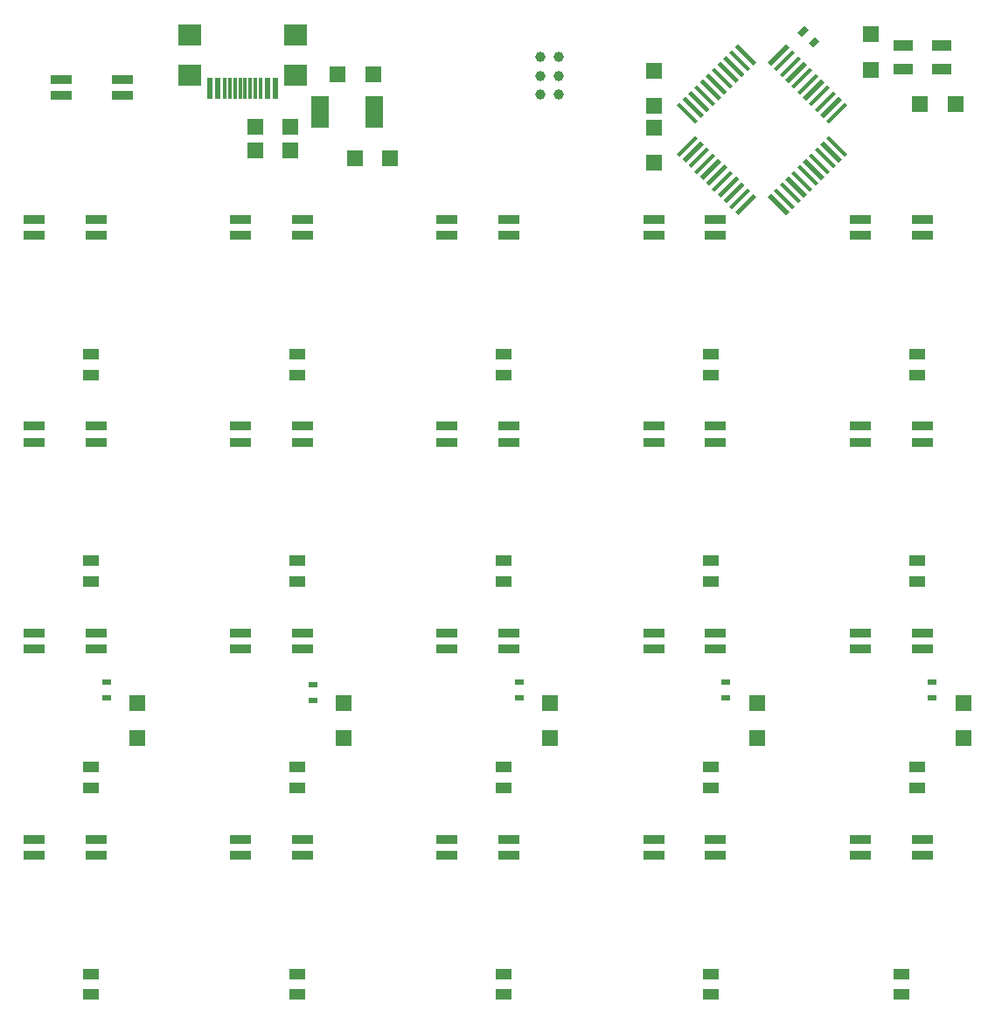
<source format=gbr>
G04 #@! TF.GenerationSoftware,KiCad,Pcbnew,(5.1.9)-1*
G04 #@! TF.CreationDate,2021-02-04T21:44:10+01:00*
G04 #@! TF.ProjectId,Makrokeyboard,4d616b72-6f6b-4657-9962-6f6172642e6b,rev?*
G04 #@! TF.SameCoordinates,Original*
G04 #@! TF.FileFunction,Paste,Bot*
G04 #@! TF.FilePolarity,Positive*
%FSLAX46Y46*%
G04 Gerber Fmt 4.6, Leading zero omitted, Abs format (unit mm)*
G04 Created by KiCad (PCBNEW (5.1.9)-1) date 2021-02-04 21:44:10*
%MOMM*%
%LPD*%
G01*
G04 APERTURE LIST*
%ADD10R,2.000000X0.850000*%
%ADD11R,0.900000X0.600000*%
%ADD12R,1.900000X1.100000*%
%ADD13R,2.180000X2.000000*%
%ADD14R,0.600000X2.000000*%
%ADD15R,0.300000X2.000000*%
%ADD16C,1.000000*%
%ADD17C,0.100000*%
%ADD18R,1.520000X1.600000*%
%ADD19R,1.780000X3.150000*%
%ADD20R,1.500000X1.000000*%
%ADD21R,1.600000X1.520000*%
G04 APERTURE END LIST*
D10*
X114600000Y-39915000D03*
X114600000Y-38385000D03*
X108600000Y-38385000D03*
X108600000Y-39915000D03*
D11*
X113000000Y-96750000D03*
X113000000Y-98250000D03*
X133000000Y-97000000D03*
X133000000Y-98500000D03*
X153000000Y-96750000D03*
X153000000Y-98250000D03*
X173000000Y-96750000D03*
X173000000Y-98250000D03*
X193000000Y-96750000D03*
X193000000Y-98250000D03*
D12*
X193850000Y-35100000D03*
X193850000Y-37400000D03*
X190150000Y-35100000D03*
X190150000Y-37400000D03*
D13*
X121090000Y-34100000D03*
X131310000Y-34100000D03*
X121090000Y-38030000D03*
X131310000Y-38030000D03*
D14*
X123000000Y-39300000D03*
X129400000Y-39300000D03*
X123800000Y-39300000D03*
X128600000Y-39300000D03*
D15*
X124450000Y-39300000D03*
X124950000Y-39300000D03*
X125450000Y-39300000D03*
X125950000Y-39300000D03*
X126450000Y-39300000D03*
X126950000Y-39300000D03*
X127450000Y-39300000D03*
X127950000Y-39300000D03*
D16*
X156800000Y-39850000D03*
X156800000Y-38050000D03*
X156800000Y-36250000D03*
X155000000Y-36250000D03*
X155000000Y-38050000D03*
X155000000Y-39850000D03*
D17*
G36*
X168509693Y-45866295D02*
G01*
X168226850Y-45583452D01*
X169994617Y-43815685D01*
X170277460Y-44098528D01*
X168509693Y-45866295D01*
G37*
G36*
X169075379Y-46431981D02*
G01*
X168792536Y-46149138D01*
X170560303Y-44381371D01*
X170843146Y-44664214D01*
X169075379Y-46431981D01*
G37*
G36*
X169641064Y-46997666D02*
G01*
X169358221Y-46714823D01*
X171125988Y-44947056D01*
X171408831Y-45229899D01*
X169641064Y-46997666D01*
G37*
G36*
X170206750Y-47563352D02*
G01*
X169923907Y-47280509D01*
X171691674Y-45512742D01*
X171974517Y-45795585D01*
X170206750Y-47563352D01*
G37*
G36*
X170772435Y-48129037D02*
G01*
X170489592Y-47846194D01*
X172257359Y-46078427D01*
X172540202Y-46361270D01*
X170772435Y-48129037D01*
G37*
G36*
X171903806Y-49260408D02*
G01*
X171620963Y-48977565D01*
X173388730Y-47209798D01*
X173671573Y-47492641D01*
X171903806Y-49260408D01*
G37*
G36*
X171338121Y-48694722D02*
G01*
X171055278Y-48411879D01*
X172823045Y-46644112D01*
X173105888Y-46926955D01*
X171338121Y-48694722D01*
G37*
G36*
X172469491Y-49826093D02*
G01*
X172186648Y-49543250D01*
X173954415Y-47775483D01*
X174237258Y-48058326D01*
X172469491Y-49826093D01*
G37*
G36*
X173035177Y-50391779D02*
G01*
X172752334Y-50108936D01*
X174520101Y-48341169D01*
X174802944Y-48624012D01*
X173035177Y-50391779D01*
G37*
G36*
X173600862Y-50957464D02*
G01*
X173318019Y-50674621D01*
X175085786Y-48906854D01*
X175368629Y-49189697D01*
X173600862Y-50957464D01*
G37*
G36*
X174166548Y-51523150D02*
G01*
X173883705Y-51240307D01*
X175651472Y-49472540D01*
X175934315Y-49755383D01*
X174166548Y-51523150D01*
G37*
G36*
X179681981Y-50674621D02*
G01*
X179399138Y-50957464D01*
X177631371Y-49189697D01*
X177914214Y-48906854D01*
X179681981Y-50674621D01*
G37*
G36*
X179116295Y-51240307D02*
G01*
X178833452Y-51523150D01*
X177065685Y-49755383D01*
X177348528Y-49472540D01*
X179116295Y-51240307D01*
G37*
G36*
X180247666Y-50108936D02*
G01*
X179964823Y-50391779D01*
X178197056Y-48624012D01*
X178479899Y-48341169D01*
X180247666Y-50108936D01*
G37*
G36*
X180813352Y-49543250D02*
G01*
X180530509Y-49826093D01*
X178762742Y-48058326D01*
X179045585Y-47775483D01*
X180813352Y-49543250D01*
G37*
G36*
X181379037Y-48977565D02*
G01*
X181096194Y-49260408D01*
X179328427Y-47492641D01*
X179611270Y-47209798D01*
X181379037Y-48977565D01*
G37*
G36*
X181944722Y-48411879D02*
G01*
X181661879Y-48694722D01*
X179894112Y-46926955D01*
X180176955Y-46644112D01*
X181944722Y-48411879D01*
G37*
G36*
X182510408Y-47846194D02*
G01*
X182227565Y-48129037D01*
X180459798Y-46361270D01*
X180742641Y-46078427D01*
X182510408Y-47846194D01*
G37*
G36*
X183076093Y-47280509D02*
G01*
X182793250Y-47563352D01*
X181025483Y-45795585D01*
X181308326Y-45512742D01*
X183076093Y-47280509D01*
G37*
G36*
X183641779Y-46714823D02*
G01*
X183358936Y-46997666D01*
X181591169Y-45229899D01*
X181874012Y-44947056D01*
X183641779Y-46714823D01*
G37*
G36*
X184207464Y-46149138D02*
G01*
X183924621Y-46431981D01*
X182156854Y-44664214D01*
X182439697Y-44381371D01*
X184207464Y-46149138D01*
G37*
G36*
X184773150Y-45583452D02*
G01*
X184490307Y-45866295D01*
X182722540Y-44098528D01*
X183005383Y-43815685D01*
X184773150Y-45583452D01*
G37*
G36*
X184490307Y-40633705D02*
G01*
X184773150Y-40916548D01*
X183005383Y-42684315D01*
X182722540Y-42401472D01*
X184490307Y-40633705D01*
G37*
G36*
X183924621Y-40068019D02*
G01*
X184207464Y-40350862D01*
X182439697Y-42118629D01*
X182156854Y-41835786D01*
X183924621Y-40068019D01*
G37*
G36*
X183358936Y-39502334D02*
G01*
X183641779Y-39785177D01*
X181874012Y-41552944D01*
X181591169Y-41270101D01*
X183358936Y-39502334D01*
G37*
G36*
X182793250Y-38936648D02*
G01*
X183076093Y-39219491D01*
X181308326Y-40987258D01*
X181025483Y-40704415D01*
X182793250Y-38936648D01*
G37*
G36*
X182227565Y-38370963D02*
G01*
X182510408Y-38653806D01*
X180742641Y-40421573D01*
X180459798Y-40138730D01*
X182227565Y-38370963D01*
G37*
G36*
X181661879Y-37805278D02*
G01*
X181944722Y-38088121D01*
X180176955Y-39855888D01*
X179894112Y-39573045D01*
X181661879Y-37805278D01*
G37*
G36*
X181096194Y-37239592D02*
G01*
X181379037Y-37522435D01*
X179611270Y-39290202D01*
X179328427Y-39007359D01*
X181096194Y-37239592D01*
G37*
G36*
X180530509Y-36673907D02*
G01*
X180813352Y-36956750D01*
X179045585Y-38724517D01*
X178762742Y-38441674D01*
X180530509Y-36673907D01*
G37*
G36*
X179964823Y-36108221D02*
G01*
X180247666Y-36391064D01*
X178479899Y-38158831D01*
X178197056Y-37875988D01*
X179964823Y-36108221D01*
G37*
G36*
X179399138Y-35542536D02*
G01*
X179681981Y-35825379D01*
X177914214Y-37593146D01*
X177631371Y-37310303D01*
X179399138Y-35542536D01*
G37*
G36*
X178833452Y-34976850D02*
G01*
X179116295Y-35259693D01*
X177348528Y-37027460D01*
X177065685Y-36744617D01*
X178833452Y-34976850D01*
G37*
G36*
X173883705Y-35259693D02*
G01*
X174166548Y-34976850D01*
X175934315Y-36744617D01*
X175651472Y-37027460D01*
X173883705Y-35259693D01*
G37*
G36*
X173318019Y-35825379D02*
G01*
X173600862Y-35542536D01*
X175368629Y-37310303D01*
X175085786Y-37593146D01*
X173318019Y-35825379D01*
G37*
G36*
X172752334Y-36391064D02*
G01*
X173035177Y-36108221D01*
X174802944Y-37875988D01*
X174520101Y-38158831D01*
X172752334Y-36391064D01*
G37*
G36*
X172186648Y-36956750D02*
G01*
X172469491Y-36673907D01*
X174237258Y-38441674D01*
X173954415Y-38724517D01*
X172186648Y-36956750D01*
G37*
G36*
X171620963Y-37522435D02*
G01*
X171903806Y-37239592D01*
X173671573Y-39007359D01*
X173388730Y-39290202D01*
X171620963Y-37522435D01*
G37*
G36*
X171055278Y-38088121D02*
G01*
X171338121Y-37805278D01*
X173105888Y-39573045D01*
X172823045Y-39855888D01*
X171055278Y-38088121D01*
G37*
G36*
X170489592Y-38653806D02*
G01*
X170772435Y-38370963D01*
X172540202Y-40138730D01*
X172257359Y-40421573D01*
X170489592Y-38653806D01*
G37*
G36*
X169923907Y-39219491D02*
G01*
X170206750Y-38936648D01*
X171974517Y-40704415D01*
X171691674Y-40987258D01*
X169923907Y-39219491D01*
G37*
G36*
X169358221Y-39785177D02*
G01*
X169641064Y-39502334D01*
X171408831Y-41270101D01*
X171125988Y-41552944D01*
X169358221Y-39785177D01*
G37*
G36*
X168792536Y-40350862D02*
G01*
X169075379Y-40068019D01*
X170843146Y-41835786D01*
X170560303Y-42118629D01*
X168792536Y-40350862D01*
G37*
G36*
X168226850Y-40916548D02*
G01*
X168509693Y-40633705D01*
X170277460Y-42401472D01*
X169994617Y-42684315D01*
X168226850Y-40916548D01*
G37*
D18*
X137070000Y-46000000D03*
X140500000Y-46000000D03*
D17*
G36*
X179939340Y-33825736D02*
G01*
X180575736Y-33189340D01*
X181000000Y-33613604D01*
X180363604Y-34250000D01*
X179939340Y-33825736D01*
G37*
G36*
X181000000Y-34886396D02*
G01*
X181636396Y-34250000D01*
X182060660Y-34674264D01*
X181424264Y-35310660D01*
X181000000Y-34886396D01*
G37*
D18*
X130815000Y-43000000D03*
X127385000Y-43000000D03*
X130815000Y-45250000D03*
X127385000Y-45250000D03*
D10*
X186000000Y-51985000D03*
X186000000Y-53515000D03*
X192000000Y-53515000D03*
X192000000Y-51985000D03*
X186000000Y-91985000D03*
X186000000Y-93515000D03*
X192000000Y-93515000D03*
X192000000Y-91985000D03*
X166000000Y-51985000D03*
X166000000Y-53515000D03*
X172000000Y-53515000D03*
X172000000Y-51985000D03*
X166000000Y-91985000D03*
X166000000Y-93515000D03*
X172000000Y-93515000D03*
X172000000Y-91985000D03*
X146000000Y-51985000D03*
X146000000Y-53515000D03*
X152000000Y-53515000D03*
X152000000Y-51985000D03*
X146000000Y-91985000D03*
X146000000Y-93515000D03*
X152000000Y-93515000D03*
X152000000Y-91985000D03*
X126000000Y-51985000D03*
X126000000Y-53515000D03*
X132000000Y-53515000D03*
X132000000Y-51985000D03*
X126000000Y-91985000D03*
X126000000Y-93515000D03*
X132000000Y-93515000D03*
X132000000Y-91985000D03*
X106000000Y-51985000D03*
X106000000Y-53515000D03*
X112000000Y-53515000D03*
X112000000Y-51985000D03*
X106000000Y-91985000D03*
X106000000Y-93515000D03*
X112000000Y-93515000D03*
X112000000Y-91985000D03*
X112000000Y-73515000D03*
X112000000Y-71985000D03*
X106000000Y-71985000D03*
X106000000Y-73515000D03*
X112000000Y-113515000D03*
X112000000Y-111985000D03*
X106000000Y-111985000D03*
X106000000Y-113515000D03*
X132000000Y-73515000D03*
X132000000Y-71985000D03*
X126000000Y-71985000D03*
X126000000Y-73515000D03*
X132000000Y-113515000D03*
X132000000Y-111985000D03*
X126000000Y-111985000D03*
X126000000Y-113515000D03*
X152000000Y-73515000D03*
X152000000Y-71985000D03*
X146000000Y-71985000D03*
X146000000Y-73515000D03*
X152000000Y-113515000D03*
X152000000Y-111985000D03*
X146000000Y-111985000D03*
X146000000Y-113515000D03*
X172000000Y-73515000D03*
X172000000Y-71985000D03*
X166000000Y-71985000D03*
X166000000Y-73515000D03*
X172000000Y-113515000D03*
X172000000Y-111985000D03*
X166000000Y-111985000D03*
X166000000Y-113515000D03*
X192000000Y-73515000D03*
X192000000Y-71985000D03*
X186000000Y-71985000D03*
X186000000Y-73515000D03*
X192000000Y-113515000D03*
X192000000Y-111985000D03*
X186000000Y-111985000D03*
X186000000Y-113515000D03*
D19*
X133685000Y-41550000D03*
X138915000Y-41550000D03*
D20*
X111500000Y-65000000D03*
X111500000Y-67000000D03*
X111500000Y-85000000D03*
X111500000Y-87000000D03*
X111500000Y-105000000D03*
X111500000Y-107000000D03*
X111500000Y-125000000D03*
X111500000Y-127000000D03*
X131500000Y-65000000D03*
X131500000Y-67000000D03*
X131500000Y-85000000D03*
X131500000Y-87000000D03*
X131500000Y-105000000D03*
X131500000Y-107000000D03*
X131500000Y-125000000D03*
X131500000Y-127000000D03*
X151500000Y-65000000D03*
X151500000Y-67000000D03*
X151500000Y-85000000D03*
X151500000Y-87000000D03*
X151500000Y-105000000D03*
X151500000Y-107000000D03*
X151500000Y-125000000D03*
X151500000Y-127000000D03*
X171500000Y-65000000D03*
X171500000Y-67000000D03*
X171500000Y-85000000D03*
X171500000Y-87000000D03*
X171500000Y-105000000D03*
X171500000Y-107000000D03*
X171500000Y-125000000D03*
X171500000Y-127000000D03*
X191500000Y-65000000D03*
X191500000Y-67000000D03*
X191500000Y-85000000D03*
X191500000Y-87000000D03*
X191500000Y-105000000D03*
X191500000Y-107000000D03*
X190000000Y-125000000D03*
X190000000Y-127000000D03*
D21*
X116000000Y-102215000D03*
X116000000Y-98785000D03*
X136000000Y-102215000D03*
X136000000Y-98785000D03*
X156000000Y-102215000D03*
X156000000Y-98785000D03*
X176000000Y-102215000D03*
X176000000Y-98785000D03*
X196000000Y-102215000D03*
X196000000Y-98785000D03*
D18*
X195215000Y-40750000D03*
X191785000Y-40750000D03*
D21*
X187000000Y-37465000D03*
X187000000Y-34035000D03*
D18*
X138815000Y-37950000D03*
X135385000Y-37950000D03*
D21*
X166000000Y-40965000D03*
X166000000Y-37535000D03*
X166000000Y-43035000D03*
X166000000Y-46465000D03*
M02*

</source>
